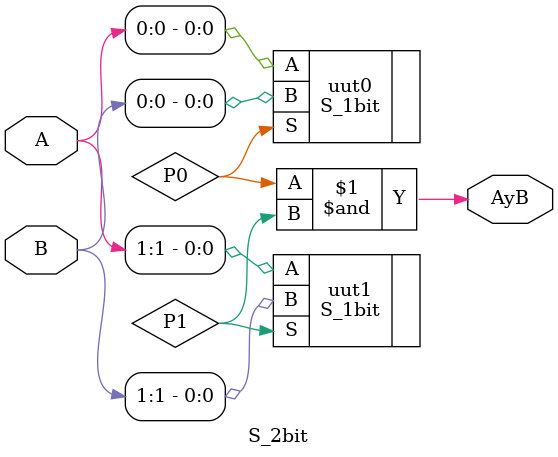
<source format=v>
/*------------------------------------------------------------------------
---- Module: S_2bit                                                   ----
---- Description: 2 bits comparator                                   ----
---- Author/s:  Héctor Lacomi                                         ----
---- Last revision: Sep. 2023                                         ----
---- Dependencies:                                                    ----
----     S_1bit.v                                                     ----
------------------------------------------------------------------------*/

`include "S_1bit.v"

module S_2bit(
    input wire [1:0] A,                         //Definición del wire de 2 bits
    input wire [1:0] B,                         //Definición del wire de 2 bits
    output wire AyB
    );
	wire P0, P1;
	S_1bit uut0 (.A(A[0]), .B(B[0]), .S(P0));  //Instanciación de los módulos de los comparadores
	S_1bit uut1 (.A(A[1]), .B(B[1]), .S(P1));   //de 1 bits (otra forma de describir HW)
	assign AyB=P0 & P1;                        //Asignación continua a la salida AyB de P0 y P1
endmodule

</source>
